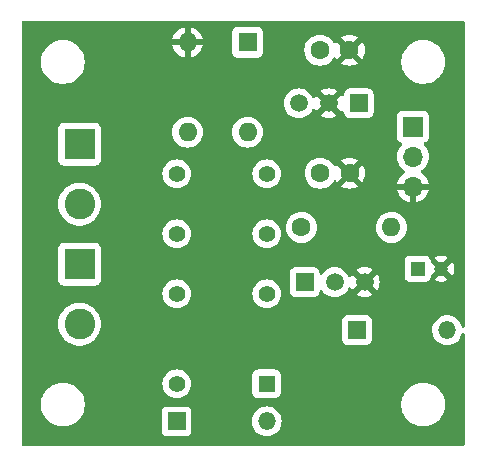
<source format=gbr>
%TF.GenerationSoftware,KiCad,Pcbnew,8.0.2*%
%TF.CreationDate,2024-12-24T23:51:17+01:00*%
%TF.ProjectId,keerlusRelais,6b656572-6c75-4735-9265-6c6169732e6b,rev?*%
%TF.SameCoordinates,Original*%
%TF.FileFunction,Copper,L1,Top*%
%TF.FilePolarity,Positive*%
%FSLAX46Y46*%
G04 Gerber Fmt 4.6, Leading zero omitted, Abs format (unit mm)*
G04 Created by KiCad (PCBNEW 8.0.2) date 2024-12-24 23:51:17*
%MOMM*%
%LPD*%
G01*
G04 APERTURE LIST*
%TA.AperFunction,ComponentPad*%
%ADD10R,1.500000X1.500000*%
%TD*%
%TA.AperFunction,ComponentPad*%
%ADD11O,1.500000X1.500000*%
%TD*%
%TA.AperFunction,ComponentPad*%
%ADD12R,1.200000X1.200000*%
%TD*%
%TA.AperFunction,ComponentPad*%
%ADD13C,1.200000*%
%TD*%
%TA.AperFunction,ComponentPad*%
%ADD14C,1.600000*%
%TD*%
%TA.AperFunction,ComponentPad*%
%ADD15R,1.400000X1.400000*%
%TD*%
%TA.AperFunction,ComponentPad*%
%ADD16C,1.400000*%
%TD*%
%TA.AperFunction,ComponentPad*%
%ADD17R,1.600000X1.600000*%
%TD*%
%TA.AperFunction,ComponentPad*%
%ADD18O,1.600000X1.600000*%
%TD*%
%TA.AperFunction,ComponentPad*%
%ADD19R,2.600000X2.600000*%
%TD*%
%TA.AperFunction,ComponentPad*%
%ADD20C,2.600000*%
%TD*%
%TA.AperFunction,ComponentPad*%
%ADD21C,1.500000*%
%TD*%
%TA.AperFunction,ComponentPad*%
%ADD22R,1.700000X1.700000*%
%TD*%
%TA.AperFunction,ComponentPad*%
%ADD23O,1.700000X1.700000*%
%TD*%
G04 APERTURE END LIST*
D10*
%TO.P,D3,1,K*%
%TO.N,Net-(D3-K)*%
X168905000Y-68707000D03*
D11*
%TO.P,D3,2,A*%
%TO.N,Net-(D3-A)*%
X176525000Y-68707000D03*
%TD*%
D12*
%TO.P,C3,1*%
%TO.N,Net-(D3-K)*%
X174033401Y-63500000D03*
D13*
%TO.P,C3,2*%
%TO.N,GND*%
X176033401Y-63500000D03*
%TD*%
D14*
%TO.P,C1,1*%
%TO.N,VCC*%
X165750000Y-45000000D03*
%TO.P,C1,2*%
%TO.N,GND*%
X168250000Y-45000000D03*
%TD*%
D15*
%TO.P,K1,1*%
%TO.N,Net-(D2-A)*%
X161242500Y-73246500D03*
D16*
%TO.P,K1,4*%
%TO.N,/DCC_A_OUT*%
X161242500Y-65626500D03*
%TO.P,K1,6*%
%TO.N,/DCC_A_IN*%
X161242500Y-60546500D03*
%TO.P,K1,8*%
%TO.N,/DCC_B_IN*%
X161242500Y-55466500D03*
%TO.P,K1,9*%
%TO.N,/DCC_A_IN*%
X153622500Y-55466500D03*
%TO.P,K1,11*%
%TO.N,/DCC_B_IN*%
X153622500Y-60546500D03*
%TO.P,K1,13*%
%TO.N,/DCC_B_OUT*%
X153622500Y-65626500D03*
%TO.P,K1,16*%
%TO.N,+12V*%
X153622500Y-73246500D03*
%TD*%
D14*
%TO.P,C2,1*%
%TO.N,+12V*%
X165770000Y-55414000D03*
%TO.P,C2,2*%
%TO.N,GND*%
X168270000Y-55414000D03*
%TD*%
D17*
%TO.P,D1,1,+*%
%TO.N,VCC*%
X159626000Y-44323000D03*
D18*
%TO.P,D1,2,-*%
%TO.N,GND*%
X154546000Y-44323000D03*
%TO.P,D1,3*%
%TO.N,/DCC_A_IN*%
X154546000Y-51943000D03*
%TO.P,D1,4*%
%TO.N,/DCC_B_IN*%
X159626000Y-51943000D03*
%TD*%
D19*
%TO.P,J2,1,Pin_1*%
%TO.N,/DCC_A_OUT*%
X145415000Y-63119000D03*
D20*
%TO.P,J2,2,Pin_2*%
%TO.N,/DCC_B_OUT*%
X145415000Y-68199000D03*
%TD*%
D10*
%TO.P,U1,1,VO*%
%TO.N,+12V*%
X169040000Y-49500000D03*
D21*
%TO.P,U1,2,GND*%
%TO.N,GND*%
X166500000Y-49500000D03*
%TO.P,U1,3,VI*%
%TO.N,VCC*%
X163960000Y-49500000D03*
%TD*%
D19*
%TO.P,J1,1,Pin_1*%
%TO.N,/DCC_A_IN*%
X145415000Y-52959000D03*
D20*
%TO.P,J1,2,Pin_2*%
%TO.N,/DCC_B_IN*%
X145415000Y-58039000D03*
%TD*%
D14*
%TO.P,R1,1*%
%TO.N,Net-(Q1-B)*%
X164190000Y-60000000D03*
D18*
%TO.P,R1,2*%
%TO.N,Net-(D3-K)*%
X171810000Y-60000000D03*
%TD*%
D10*
%TO.P,D2,1,K*%
%TO.N,+12V*%
X153622500Y-76430500D03*
D11*
%TO.P,D2,2,A*%
%TO.N,Net-(D2-A)*%
X161242500Y-76430500D03*
%TD*%
D10*
%TO.P,Q1,1,C*%
%TO.N,Net-(D2-A)*%
X164465000Y-64643000D03*
D21*
%TO.P,Q1,2,B*%
%TO.N,Net-(Q1-B)*%
X167005000Y-64643000D03*
%TO.P,Q1,3,E*%
%TO.N,GND*%
X169545000Y-64643000D03*
%TD*%
D22*
%TO.P,J3,1,Pin_1*%
%TO.N,Net-(D3-A)*%
X173625000Y-51475000D03*
D23*
%TO.P,J3,2,Pin_2*%
%TO.N,+12V*%
X173625000Y-54015000D03*
%TO.P,J3,3,Pin_3*%
%TO.N,GND*%
X173625000Y-56555000D03*
%TD*%
%TA.AperFunction,Conductor*%
%TO.N,GND*%
G36*
X177942121Y-42520002D02*
G01*
X177988614Y-42573658D01*
X178000000Y-42626000D01*
X178000000Y-68392240D01*
X177979998Y-68460361D01*
X177926342Y-68506854D01*
X177856068Y-68516958D01*
X177791488Y-68487464D01*
X177753104Y-68427738D01*
X177752293Y-68424851D01*
X177743555Y-68392240D01*
X177712120Y-68274924D01*
X177619056Y-68075347D01*
X177492749Y-67894962D01*
X177337038Y-67739251D01*
X177156654Y-67612944D01*
X177156650Y-67612942D01*
X176957079Y-67519881D01*
X176957073Y-67519879D01*
X176867178Y-67495791D01*
X176744371Y-67462885D01*
X176525000Y-67443693D01*
X176305629Y-67462885D01*
X176092926Y-67519879D01*
X176092920Y-67519881D01*
X175893346Y-67612944D01*
X175712965Y-67739248D01*
X175712959Y-67739253D01*
X175557253Y-67894959D01*
X175557248Y-67894965D01*
X175430944Y-68075346D01*
X175337881Y-68274920D01*
X175337879Y-68274926D01*
X175285797Y-68469299D01*
X175280885Y-68487629D01*
X175261693Y-68707000D01*
X175280885Y-68926371D01*
X175297706Y-68989148D01*
X175337879Y-69139073D01*
X175337881Y-69139079D01*
X175430942Y-69338650D01*
X175430944Y-69338654D01*
X175547864Y-69505632D01*
X175557251Y-69519038D01*
X175557254Y-69519042D01*
X175712957Y-69674745D01*
X175712961Y-69674748D01*
X175712962Y-69674749D01*
X175893346Y-69801056D01*
X176092924Y-69894120D01*
X176305629Y-69951115D01*
X176525000Y-69970307D01*
X176744371Y-69951115D01*
X176957076Y-69894120D01*
X177156654Y-69801056D01*
X177337038Y-69674749D01*
X177492749Y-69519038D01*
X177619056Y-69338654D01*
X177712120Y-69139076D01*
X177752294Y-68989145D01*
X177789245Y-68928525D01*
X177853105Y-68897504D01*
X177923600Y-68905932D01*
X177978347Y-68951135D01*
X177999964Y-69018761D01*
X178000000Y-69021759D01*
X178000000Y-78374000D01*
X177979998Y-78442121D01*
X177926342Y-78488614D01*
X177874000Y-78500000D01*
X140626000Y-78500000D01*
X140557879Y-78479998D01*
X140511386Y-78426342D01*
X140500000Y-78374000D01*
X140500000Y-74878709D01*
X142149500Y-74878709D01*
X142149500Y-75121290D01*
X142181160Y-75361782D01*
X142243944Y-75596095D01*
X142243945Y-75596097D01*
X142243946Y-75596100D01*
X142336776Y-75820212D01*
X142336777Y-75820213D01*
X142336782Y-75820224D01*
X142458061Y-76030285D01*
X142458063Y-76030288D01*
X142458064Y-76030289D01*
X142605735Y-76222738D01*
X142605739Y-76222742D01*
X142605744Y-76222748D01*
X142777251Y-76394255D01*
X142777256Y-76394259D01*
X142777262Y-76394265D01*
X142969711Y-76541936D01*
X142969714Y-76541938D01*
X143179775Y-76663217D01*
X143179779Y-76663218D01*
X143179788Y-76663224D01*
X143403900Y-76756054D01*
X143638211Y-76818838D01*
X143638215Y-76818838D01*
X143638217Y-76818839D01*
X143700202Y-76826999D01*
X143878712Y-76850500D01*
X143878719Y-76850500D01*
X144121281Y-76850500D01*
X144121288Y-76850500D01*
X144338637Y-76821885D01*
X144361782Y-76818839D01*
X144361782Y-76818838D01*
X144361789Y-76818838D01*
X144596100Y-76756054D01*
X144820212Y-76663224D01*
X145030289Y-76541936D01*
X145222738Y-76394265D01*
X145394265Y-76222738D01*
X145541936Y-76030289D01*
X145663224Y-75820212D01*
X145741246Y-75631850D01*
X152364000Y-75631850D01*
X152364000Y-77229149D01*
X152370509Y-77289696D01*
X152370511Y-77289704D01*
X152421610Y-77426702D01*
X152421612Y-77426707D01*
X152509238Y-77543761D01*
X152626292Y-77631387D01*
X152626294Y-77631388D01*
X152626296Y-77631389D01*
X152685375Y-77653424D01*
X152763295Y-77682488D01*
X152763303Y-77682490D01*
X152823850Y-77688999D01*
X152823855Y-77688999D01*
X152823862Y-77689000D01*
X152823868Y-77689000D01*
X154421132Y-77689000D01*
X154421138Y-77689000D01*
X154421145Y-77688999D01*
X154421149Y-77688999D01*
X154481696Y-77682490D01*
X154481699Y-77682489D01*
X154481701Y-77682489D01*
X154618704Y-77631389D01*
X154735761Y-77543761D01*
X154823389Y-77426704D01*
X154874489Y-77289701D01*
X154879560Y-77242538D01*
X154880999Y-77229149D01*
X154881000Y-77229132D01*
X154881000Y-76430500D01*
X159979193Y-76430500D01*
X159998385Y-76649871D01*
X160001963Y-76663224D01*
X160043660Y-76818839D01*
X160055380Y-76862576D01*
X160148444Y-77062154D01*
X160265364Y-77229132D01*
X160274751Y-77242538D01*
X160274754Y-77242542D01*
X160430457Y-77398245D01*
X160430461Y-77398248D01*
X160430462Y-77398249D01*
X160610846Y-77524556D01*
X160810424Y-77617620D01*
X161023129Y-77674615D01*
X161242500Y-77693807D01*
X161461871Y-77674615D01*
X161674576Y-77617620D01*
X161874154Y-77524556D01*
X162054538Y-77398249D01*
X162210249Y-77242538D01*
X162336556Y-77062154D01*
X162429620Y-76862576D01*
X162486615Y-76649871D01*
X162505807Y-76430500D01*
X162486615Y-76211129D01*
X162429620Y-75998424D01*
X162336556Y-75798847D01*
X162210249Y-75618462D01*
X162054538Y-75462751D01*
X161874154Y-75336444D01*
X161874150Y-75336442D01*
X161674579Y-75243381D01*
X161674573Y-75243379D01*
X161584678Y-75219291D01*
X161461871Y-75186385D01*
X161242500Y-75167193D01*
X161023129Y-75186385D01*
X160810426Y-75243379D01*
X160810420Y-75243381D01*
X160610846Y-75336444D01*
X160430465Y-75462748D01*
X160430459Y-75462753D01*
X160274753Y-75618459D01*
X160274748Y-75618465D01*
X160148444Y-75798846D01*
X160055381Y-75998420D01*
X160055379Y-75998426D01*
X159998385Y-76211129D01*
X159979193Y-76430500D01*
X154881000Y-76430500D01*
X154881000Y-75631867D01*
X154880999Y-75631850D01*
X154874490Y-75571303D01*
X154874488Y-75571295D01*
X154823389Y-75434297D01*
X154823387Y-75434292D01*
X154735761Y-75317238D01*
X154618707Y-75229612D01*
X154618702Y-75229610D01*
X154481704Y-75178511D01*
X154481696Y-75178509D01*
X154421149Y-75172000D01*
X154421138Y-75172000D01*
X152823862Y-75172000D01*
X152823850Y-75172000D01*
X152763303Y-75178509D01*
X152763295Y-75178511D01*
X152626297Y-75229610D01*
X152626292Y-75229612D01*
X152509238Y-75317238D01*
X152421612Y-75434292D01*
X152421610Y-75434297D01*
X152370511Y-75571295D01*
X152370509Y-75571303D01*
X152364000Y-75631850D01*
X145741246Y-75631850D01*
X145756054Y-75596100D01*
X145818838Y-75361789D01*
X145850500Y-75121288D01*
X145850500Y-74878712D01*
X145850500Y-74878709D01*
X172649500Y-74878709D01*
X172649500Y-75121290D01*
X172681160Y-75361782D01*
X172743944Y-75596095D01*
X172743945Y-75596097D01*
X172743946Y-75596100D01*
X172836776Y-75820212D01*
X172836777Y-75820213D01*
X172836782Y-75820224D01*
X172958061Y-76030285D01*
X172958063Y-76030288D01*
X172958064Y-76030289D01*
X173105735Y-76222738D01*
X173105739Y-76222742D01*
X173105744Y-76222748D01*
X173277251Y-76394255D01*
X173277256Y-76394259D01*
X173277262Y-76394265D01*
X173469711Y-76541936D01*
X173469714Y-76541938D01*
X173679775Y-76663217D01*
X173679779Y-76663218D01*
X173679788Y-76663224D01*
X173903900Y-76756054D01*
X174138211Y-76818838D01*
X174138215Y-76818838D01*
X174138217Y-76818839D01*
X174200202Y-76826999D01*
X174378712Y-76850500D01*
X174378719Y-76850500D01*
X174621281Y-76850500D01*
X174621288Y-76850500D01*
X174838637Y-76821885D01*
X174861782Y-76818839D01*
X174861782Y-76818838D01*
X174861789Y-76818838D01*
X175096100Y-76756054D01*
X175320212Y-76663224D01*
X175530289Y-76541936D01*
X175722738Y-76394265D01*
X175894265Y-76222738D01*
X176041936Y-76030289D01*
X176163224Y-75820212D01*
X176256054Y-75596100D01*
X176318838Y-75361789D01*
X176350500Y-75121288D01*
X176350500Y-74878712D01*
X176318838Y-74638211D01*
X176256054Y-74403900D01*
X176163224Y-74179788D01*
X176163218Y-74179779D01*
X176163217Y-74179775D01*
X176041938Y-73969714D01*
X175952427Y-73853061D01*
X175894265Y-73777262D01*
X175894259Y-73777256D01*
X175894255Y-73777251D01*
X175722748Y-73605744D01*
X175722742Y-73605739D01*
X175722738Y-73605735D01*
X175530289Y-73458064D01*
X175530288Y-73458063D01*
X175530285Y-73458061D01*
X175320224Y-73336782D01*
X175320216Y-73336778D01*
X175320212Y-73336776D01*
X175096100Y-73243946D01*
X175096097Y-73243945D01*
X175096095Y-73243944D01*
X174861782Y-73181160D01*
X174621290Y-73149500D01*
X174621288Y-73149500D01*
X174378712Y-73149500D01*
X174378709Y-73149500D01*
X174138217Y-73181160D01*
X173903904Y-73243944D01*
X173903900Y-73243946D01*
X173679786Y-73336777D01*
X173679775Y-73336782D01*
X173469714Y-73458061D01*
X173277262Y-73605735D01*
X173277251Y-73605744D01*
X173105744Y-73777251D01*
X173105735Y-73777262D01*
X172958061Y-73969714D01*
X172836782Y-74179775D01*
X172836777Y-74179786D01*
X172836776Y-74179788D01*
X172782940Y-74309761D01*
X172743946Y-74403900D01*
X172743944Y-74403904D01*
X172681160Y-74638217D01*
X172649500Y-74878709D01*
X145850500Y-74878709D01*
X145818838Y-74638211D01*
X145756054Y-74403900D01*
X145663224Y-74179788D01*
X145663218Y-74179779D01*
X145663217Y-74179775D01*
X145541938Y-73969714D01*
X145452427Y-73853061D01*
X145394265Y-73777262D01*
X145394259Y-73777256D01*
X145394255Y-73777251D01*
X145222748Y-73605744D01*
X145222742Y-73605739D01*
X145222738Y-73605735D01*
X145030289Y-73458064D01*
X145030288Y-73458063D01*
X145030285Y-73458061D01*
X144820224Y-73336782D01*
X144820216Y-73336778D01*
X144820212Y-73336776D01*
X144602266Y-73246500D01*
X152409384Y-73246500D01*
X152427814Y-73457155D01*
X152428057Y-73458061D01*
X152482543Y-73661408D01*
X152482545Y-73661412D01*
X152571912Y-73853061D01*
X152693192Y-74026267D01*
X152693196Y-74026272D01*
X152693199Y-74026276D01*
X152842724Y-74175801D01*
X152842728Y-74175804D01*
X152842732Y-74175807D01*
X153015938Y-74297087D01*
X153015941Y-74297088D01*
X153015942Y-74297089D01*
X153207590Y-74386456D01*
X153411845Y-74441186D01*
X153622500Y-74459616D01*
X153833155Y-74441186D01*
X154037410Y-74386456D01*
X154229058Y-74297089D01*
X154402276Y-74175801D01*
X154551801Y-74026276D01*
X154673089Y-73853058D01*
X154762456Y-73661410D01*
X154817186Y-73457155D01*
X154835616Y-73246500D01*
X154817186Y-73035845D01*
X154762456Y-72831590D01*
X154673089Y-72639942D01*
X154673088Y-72639941D01*
X154673087Y-72639938D01*
X154573596Y-72497850D01*
X160034000Y-72497850D01*
X160034000Y-73995149D01*
X160040509Y-74055696D01*
X160040511Y-74055704D01*
X160091610Y-74192702D01*
X160091612Y-74192707D01*
X160179238Y-74309761D01*
X160296292Y-74397387D01*
X160296294Y-74397388D01*
X160296296Y-74397389D01*
X160355375Y-74419424D01*
X160433295Y-74448488D01*
X160433303Y-74448490D01*
X160493850Y-74454999D01*
X160493855Y-74454999D01*
X160493862Y-74455000D01*
X160493868Y-74455000D01*
X161991132Y-74455000D01*
X161991138Y-74455000D01*
X161991145Y-74454999D01*
X161991149Y-74454999D01*
X162051696Y-74448490D01*
X162051699Y-74448489D01*
X162051701Y-74448489D01*
X162188704Y-74397389D01*
X162203312Y-74386454D01*
X162305761Y-74309761D01*
X162393387Y-74192707D01*
X162393387Y-74192706D01*
X162393389Y-74192704D01*
X162444489Y-74055701D01*
X162447653Y-74026278D01*
X162450999Y-73995149D01*
X162451000Y-73995132D01*
X162451000Y-72497867D01*
X162450999Y-72497850D01*
X162444490Y-72437303D01*
X162444488Y-72437295D01*
X162399694Y-72317201D01*
X162393389Y-72300296D01*
X162393388Y-72300294D01*
X162393387Y-72300292D01*
X162305761Y-72183238D01*
X162188707Y-72095612D01*
X162188702Y-72095610D01*
X162051704Y-72044511D01*
X162051696Y-72044509D01*
X161991149Y-72038000D01*
X161991138Y-72038000D01*
X160493862Y-72038000D01*
X160493850Y-72038000D01*
X160433303Y-72044509D01*
X160433295Y-72044511D01*
X160296297Y-72095610D01*
X160296292Y-72095612D01*
X160179238Y-72183238D01*
X160091612Y-72300292D01*
X160091610Y-72300297D01*
X160040511Y-72437295D01*
X160040509Y-72437303D01*
X160034000Y-72497850D01*
X154573596Y-72497850D01*
X154551807Y-72466732D01*
X154551804Y-72466728D01*
X154551801Y-72466724D01*
X154402276Y-72317199D01*
X154402272Y-72317196D01*
X154402267Y-72317192D01*
X154229061Y-72195912D01*
X154037412Y-72106545D01*
X154037408Y-72106543D01*
X153942613Y-72081143D01*
X153833155Y-72051814D01*
X153622500Y-72033384D01*
X153411845Y-72051814D01*
X153357116Y-72066478D01*
X153207591Y-72106543D01*
X153207587Y-72106545D01*
X153015938Y-72195912D01*
X152842732Y-72317192D01*
X152842721Y-72317201D01*
X152693201Y-72466721D01*
X152693192Y-72466732D01*
X152571912Y-72639938D01*
X152482545Y-72831587D01*
X152482543Y-72831591D01*
X152442478Y-72981116D01*
X152427814Y-73035845D01*
X152409384Y-73246500D01*
X144602266Y-73246500D01*
X144596100Y-73243946D01*
X144596097Y-73243945D01*
X144596095Y-73243944D01*
X144361782Y-73181160D01*
X144121290Y-73149500D01*
X144121288Y-73149500D01*
X143878712Y-73149500D01*
X143878709Y-73149500D01*
X143638217Y-73181160D01*
X143403904Y-73243944D01*
X143403900Y-73243946D01*
X143179786Y-73336777D01*
X143179775Y-73336782D01*
X142969714Y-73458061D01*
X142777262Y-73605735D01*
X142777251Y-73605744D01*
X142605744Y-73777251D01*
X142605735Y-73777262D01*
X142458061Y-73969714D01*
X142336782Y-74179775D01*
X142336777Y-74179786D01*
X142336776Y-74179788D01*
X142282940Y-74309761D01*
X142243946Y-74403900D01*
X142243944Y-74403904D01*
X142181160Y-74638217D01*
X142149500Y-74878709D01*
X140500000Y-74878709D01*
X140500000Y-68199000D01*
X143601429Y-68199000D01*
X143621685Y-68469302D01*
X143682001Y-68733560D01*
X143682002Y-68733562D01*
X143781027Y-68985875D01*
X143781030Y-68985883D01*
X143916554Y-69220617D01*
X144085561Y-69432546D01*
X144178783Y-69519042D01*
X144284257Y-69616907D01*
X144284263Y-69616911D01*
X144508205Y-69769593D01*
X144508212Y-69769597D01*
X144508215Y-69769599D01*
X144613416Y-69820261D01*
X144752423Y-69887204D01*
X144752436Y-69887209D01*
X145011431Y-69967098D01*
X145011433Y-69967098D01*
X145011442Y-69967101D01*
X145279472Y-70007500D01*
X145279476Y-70007500D01*
X145550524Y-70007500D01*
X145550528Y-70007500D01*
X145818558Y-69967101D01*
X145818568Y-69967098D01*
X146077563Y-69887209D01*
X146077565Y-69887207D01*
X146077572Y-69887206D01*
X146077577Y-69887203D01*
X146077581Y-69887202D01*
X146321780Y-69769602D01*
X146321780Y-69769601D01*
X146321786Y-69769599D01*
X146545743Y-69616907D01*
X146744442Y-69432542D01*
X146913443Y-69220621D01*
X147048971Y-68985879D01*
X147147999Y-68733559D01*
X147208315Y-68469299D01*
X147228571Y-68199000D01*
X147208315Y-67928701D01*
X147203670Y-67908350D01*
X167646500Y-67908350D01*
X167646500Y-69505649D01*
X167653009Y-69566196D01*
X167653011Y-69566204D01*
X167704110Y-69703202D01*
X167704112Y-69703207D01*
X167791738Y-69820261D01*
X167908792Y-69907887D01*
X167908794Y-69907888D01*
X167908796Y-69907889D01*
X167967875Y-69929924D01*
X168045795Y-69958988D01*
X168045803Y-69958990D01*
X168106350Y-69965499D01*
X168106355Y-69965499D01*
X168106362Y-69965500D01*
X168106368Y-69965500D01*
X169703632Y-69965500D01*
X169703638Y-69965500D01*
X169703645Y-69965499D01*
X169703649Y-69965499D01*
X169764196Y-69958990D01*
X169764199Y-69958989D01*
X169764201Y-69958989D01*
X169901204Y-69907889D01*
X170018261Y-69820261D01*
X170105889Y-69703204D01*
X170156989Y-69566201D01*
X170162060Y-69519038D01*
X170163499Y-69505649D01*
X170163500Y-69505632D01*
X170163500Y-67908367D01*
X170163499Y-67908350D01*
X170156990Y-67847803D01*
X170156988Y-67847795D01*
X170105889Y-67710797D01*
X170105887Y-67710792D01*
X170018261Y-67593738D01*
X169901207Y-67506112D01*
X169901202Y-67506110D01*
X169764204Y-67455011D01*
X169764196Y-67455009D01*
X169703649Y-67448500D01*
X169703638Y-67448500D01*
X168106362Y-67448500D01*
X168106350Y-67448500D01*
X168045803Y-67455009D01*
X168045795Y-67455011D01*
X167908797Y-67506110D01*
X167908792Y-67506112D01*
X167791738Y-67593738D01*
X167704112Y-67710792D01*
X167704110Y-67710797D01*
X167653011Y-67847795D01*
X167653009Y-67847803D01*
X167646500Y-67908350D01*
X147203670Y-67908350D01*
X147147999Y-67664441D01*
X147048971Y-67412121D01*
X147048970Y-67412120D01*
X147048969Y-67412116D01*
X146913445Y-67177382D01*
X146744438Y-66965453D01*
X146545748Y-66781098D01*
X146545742Y-66781092D01*
X146321787Y-66628402D01*
X146321786Y-66628401D01*
X146321783Y-66628400D01*
X146321781Y-66628398D01*
X146321780Y-66628397D01*
X146077581Y-66510797D01*
X146077563Y-66510790D01*
X145818568Y-66430901D01*
X145818560Y-66430899D01*
X145818558Y-66430899D01*
X145550528Y-66390500D01*
X145279472Y-66390500D01*
X145011442Y-66430899D01*
X145011440Y-66430899D01*
X145011431Y-66430901D01*
X144752436Y-66510790D01*
X144752423Y-66510795D01*
X144508212Y-66628402D01*
X144508205Y-66628406D01*
X144284263Y-66781088D01*
X144284251Y-66781098D01*
X144085561Y-66965453D01*
X143916554Y-67177382D01*
X143781030Y-67412116D01*
X143781027Y-67412124D01*
X143682002Y-67664437D01*
X143682001Y-67664439D01*
X143621685Y-67928697D01*
X143601429Y-68199000D01*
X140500000Y-68199000D01*
X140500000Y-65626500D01*
X152409384Y-65626500D01*
X152427814Y-65837155D01*
X152446343Y-65906306D01*
X152482543Y-66041408D01*
X152482545Y-66041412D01*
X152571912Y-66233061D01*
X152693192Y-66406267D01*
X152693196Y-66406272D01*
X152693199Y-66406276D01*
X152842724Y-66555801D01*
X152842728Y-66555804D01*
X152842732Y-66555807D01*
X153015938Y-66677087D01*
X153015941Y-66677088D01*
X153015942Y-66677089D01*
X153207590Y-66766456D01*
X153411845Y-66821186D01*
X153622500Y-66839616D01*
X153833155Y-66821186D01*
X154037410Y-66766456D01*
X154229058Y-66677089D01*
X154402276Y-66555801D01*
X154551801Y-66406276D01*
X154673089Y-66233058D01*
X154762456Y-66041410D01*
X154817186Y-65837155D01*
X154835616Y-65626500D01*
X160029384Y-65626500D01*
X160047814Y-65837155D01*
X160066343Y-65906306D01*
X160102543Y-66041408D01*
X160102545Y-66041412D01*
X160191912Y-66233061D01*
X160313192Y-66406267D01*
X160313196Y-66406272D01*
X160313199Y-66406276D01*
X160462724Y-66555801D01*
X160462728Y-66555804D01*
X160462732Y-66555807D01*
X160635938Y-66677087D01*
X160635941Y-66677088D01*
X160635942Y-66677089D01*
X160827590Y-66766456D01*
X161031845Y-66821186D01*
X161242500Y-66839616D01*
X161453155Y-66821186D01*
X161657410Y-66766456D01*
X161849058Y-66677089D01*
X162022276Y-66555801D01*
X162171801Y-66406276D01*
X162293089Y-66233058D01*
X162382456Y-66041410D01*
X162437186Y-65837155D01*
X162455616Y-65626500D01*
X162437186Y-65415845D01*
X162382456Y-65211590D01*
X162293089Y-65019942D01*
X162293088Y-65019941D01*
X162293087Y-65019938D01*
X162171807Y-64846732D01*
X162171804Y-64846728D01*
X162171801Y-64846724D01*
X162022276Y-64697199D01*
X162022272Y-64697196D01*
X162022267Y-64697192D01*
X161849061Y-64575912D01*
X161657412Y-64486545D01*
X161657408Y-64486543D01*
X161562613Y-64461143D01*
X161453155Y-64431814D01*
X161242500Y-64413384D01*
X161031845Y-64431814D01*
X160993032Y-64442214D01*
X160827591Y-64486543D01*
X160827587Y-64486545D01*
X160635938Y-64575912D01*
X160462732Y-64697192D01*
X160462721Y-64697201D01*
X160313201Y-64846721D01*
X160313192Y-64846732D01*
X160191912Y-65019938D01*
X160102545Y-65211587D01*
X160102543Y-65211591D01*
X160062478Y-65361116D01*
X160047814Y-65415845D01*
X160029384Y-65626500D01*
X154835616Y-65626500D01*
X154817186Y-65415845D01*
X154762456Y-65211590D01*
X154673089Y-65019942D01*
X154673088Y-65019941D01*
X154673087Y-65019938D01*
X154551807Y-64846732D01*
X154551804Y-64846728D01*
X154551801Y-64846724D01*
X154402276Y-64697199D01*
X154402272Y-64697196D01*
X154402267Y-64697192D01*
X154229061Y-64575912D01*
X154037412Y-64486545D01*
X154037408Y-64486543D01*
X153942613Y-64461143D01*
X153833155Y-64431814D01*
X153622500Y-64413384D01*
X153411845Y-64431814D01*
X153373032Y-64442214D01*
X153207591Y-64486543D01*
X153207587Y-64486545D01*
X153015938Y-64575912D01*
X152842732Y-64697192D01*
X152842721Y-64697201D01*
X152693201Y-64846721D01*
X152693192Y-64846732D01*
X152571912Y-65019938D01*
X152482545Y-65211587D01*
X152482543Y-65211591D01*
X152442478Y-65361116D01*
X152427814Y-65415845D01*
X152409384Y-65626500D01*
X140500000Y-65626500D01*
X140500000Y-61770350D01*
X143606500Y-61770350D01*
X143606500Y-64467649D01*
X143613009Y-64528196D01*
X143613011Y-64528204D01*
X143664110Y-64665202D01*
X143664112Y-64665207D01*
X143751738Y-64782261D01*
X143868792Y-64869887D01*
X143868794Y-64869888D01*
X143868796Y-64869889D01*
X143918978Y-64888606D01*
X144005795Y-64920988D01*
X144005803Y-64920990D01*
X144066350Y-64927499D01*
X144066355Y-64927499D01*
X144066362Y-64927500D01*
X144066368Y-64927500D01*
X146763632Y-64927500D01*
X146763638Y-64927500D01*
X146763645Y-64927499D01*
X146763649Y-64927499D01*
X146824196Y-64920990D01*
X146824199Y-64920989D01*
X146824201Y-64920989D01*
X146961204Y-64869889D01*
X147078261Y-64782261D01*
X147165889Y-64665204D01*
X147216989Y-64528201D01*
X147221468Y-64486545D01*
X147223499Y-64467649D01*
X147223500Y-64467632D01*
X147223500Y-63844350D01*
X163206500Y-63844350D01*
X163206500Y-65441649D01*
X163213009Y-65502196D01*
X163213011Y-65502204D01*
X163264110Y-65639202D01*
X163264112Y-65639207D01*
X163351738Y-65756261D01*
X163468792Y-65843887D01*
X163468794Y-65843888D01*
X163468796Y-65843889D01*
X163527875Y-65865924D01*
X163605795Y-65894988D01*
X163605803Y-65894990D01*
X163666350Y-65901499D01*
X163666355Y-65901499D01*
X163666362Y-65901500D01*
X163666368Y-65901500D01*
X165263632Y-65901500D01*
X165263638Y-65901500D01*
X165263645Y-65901499D01*
X165263649Y-65901499D01*
X165324196Y-65894990D01*
X165324199Y-65894989D01*
X165324201Y-65894989D01*
X165461204Y-65843889D01*
X165470203Y-65837153D01*
X165578261Y-65756261D01*
X165665887Y-65639207D01*
X165665887Y-65639206D01*
X165665889Y-65639204D01*
X165716989Y-65502201D01*
X165722060Y-65455038D01*
X165723499Y-65441649D01*
X165723500Y-65441632D01*
X165723500Y-65406576D01*
X165743502Y-65338455D01*
X165797158Y-65291962D01*
X165867432Y-65281858D01*
X165932012Y-65311352D01*
X165952713Y-65334306D01*
X166037247Y-65455033D01*
X166037254Y-65455042D01*
X166192957Y-65610745D01*
X166192961Y-65610748D01*
X166192962Y-65610749D01*
X166373346Y-65737056D01*
X166572924Y-65830120D01*
X166785629Y-65887115D01*
X167005000Y-65906307D01*
X167224371Y-65887115D01*
X167437076Y-65830120D01*
X167636654Y-65737056D01*
X167817038Y-65610749D01*
X167972749Y-65455038D01*
X168099056Y-65274654D01*
X168161081Y-65141639D01*
X168207996Y-65088356D01*
X168276273Y-65068894D01*
X168344234Y-65089435D01*
X168389470Y-65141640D01*
X168451379Y-65274403D01*
X168493800Y-65334987D01*
X169145000Y-64683788D01*
X169145000Y-64695661D01*
X169172259Y-64797394D01*
X169224920Y-64888606D01*
X169299394Y-64963080D01*
X169390606Y-65015741D01*
X169492339Y-65043000D01*
X169504210Y-65043000D01*
X168853011Y-65694197D01*
X168853011Y-65694198D01*
X168913597Y-65736621D01*
X169113092Y-65829647D01*
X169113096Y-65829649D01*
X169325712Y-65886619D01*
X169545000Y-65905804D01*
X169764287Y-65886619D01*
X169976903Y-65829649D01*
X169976907Y-65829647D01*
X170176399Y-65736622D01*
X170236987Y-65694197D01*
X170236987Y-65694196D01*
X169585791Y-65043000D01*
X169597661Y-65043000D01*
X169699394Y-65015741D01*
X169790606Y-64963080D01*
X169865080Y-64888606D01*
X169917741Y-64797394D01*
X169945000Y-64695661D01*
X169945000Y-64683791D01*
X170596196Y-65334987D01*
X170596197Y-65334987D01*
X170638622Y-65274399D01*
X170731647Y-65074907D01*
X170731649Y-65074903D01*
X170788619Y-64862287D01*
X170807804Y-64643000D01*
X170788619Y-64423712D01*
X170731649Y-64211096D01*
X170731647Y-64211092D01*
X170638619Y-64011594D01*
X170596199Y-63951011D01*
X170596197Y-63951011D01*
X169945000Y-64602208D01*
X169945000Y-64590339D01*
X169917741Y-64488606D01*
X169865080Y-64397394D01*
X169790606Y-64322920D01*
X169699394Y-64270259D01*
X169597661Y-64243000D01*
X169585790Y-64243000D01*
X170236987Y-63591800D01*
X170176403Y-63549379D01*
X169976907Y-63456352D01*
X169976903Y-63456350D01*
X169764287Y-63399380D01*
X169545000Y-63380195D01*
X169325712Y-63399380D01*
X169113096Y-63456350D01*
X169113092Y-63456352D01*
X168913598Y-63549378D01*
X168853010Y-63591801D01*
X169504209Y-64243000D01*
X169492339Y-64243000D01*
X169390606Y-64270259D01*
X169299394Y-64322920D01*
X169224920Y-64397394D01*
X169172259Y-64488606D01*
X169145000Y-64590339D01*
X169145000Y-64602209D01*
X168493801Y-63951010D01*
X168451377Y-64011600D01*
X168389469Y-64144360D01*
X168342552Y-64197645D01*
X168274274Y-64217105D01*
X168206315Y-64196563D01*
X168161080Y-64144359D01*
X168099056Y-64011347D01*
X167972749Y-63830962D01*
X167817038Y-63675251D01*
X167636654Y-63548944D01*
X167616393Y-63539496D01*
X167437079Y-63455881D01*
X167437073Y-63455879D01*
X167347178Y-63431791D01*
X167224371Y-63398885D01*
X167005000Y-63379693D01*
X166785629Y-63398885D01*
X166572926Y-63455879D01*
X166572920Y-63455881D01*
X166373346Y-63548944D01*
X166192965Y-63675248D01*
X166192959Y-63675253D01*
X166037253Y-63830959D01*
X166037248Y-63830965D01*
X165952713Y-63951694D01*
X165897256Y-63996022D01*
X165826636Y-64003331D01*
X165763276Y-63971300D01*
X165727291Y-63910099D01*
X165723500Y-63879423D01*
X165723500Y-63844367D01*
X165723499Y-63844350D01*
X165716990Y-63783803D01*
X165716988Y-63783795D01*
X165665889Y-63646797D01*
X165665887Y-63646792D01*
X165578261Y-63529738D01*
X165461207Y-63442112D01*
X165461202Y-63442110D01*
X165324204Y-63391011D01*
X165324196Y-63391009D01*
X165263649Y-63384500D01*
X165263638Y-63384500D01*
X163666362Y-63384500D01*
X163666350Y-63384500D01*
X163605803Y-63391009D01*
X163605795Y-63391011D01*
X163468797Y-63442110D01*
X163468792Y-63442112D01*
X163351738Y-63529738D01*
X163264112Y-63646792D01*
X163264110Y-63646797D01*
X163213011Y-63783795D01*
X163213009Y-63783803D01*
X163206500Y-63844350D01*
X147223500Y-63844350D01*
X147223500Y-62851350D01*
X172924901Y-62851350D01*
X172924901Y-64148649D01*
X172931410Y-64209196D01*
X172931412Y-64209204D01*
X172982511Y-64346202D01*
X172982513Y-64346207D01*
X173070139Y-64463261D01*
X173187193Y-64550887D01*
X173187195Y-64550888D01*
X173187197Y-64550889D01*
X173239148Y-64570266D01*
X173324196Y-64601988D01*
X173324204Y-64601990D01*
X173384751Y-64608499D01*
X173384756Y-64608499D01*
X173384763Y-64608500D01*
X173384769Y-64608500D01*
X174682033Y-64608500D01*
X174682039Y-64608500D01*
X174682046Y-64608499D01*
X174682050Y-64608499D01*
X174742597Y-64601990D01*
X174742600Y-64601989D01*
X174742602Y-64601989D01*
X174879605Y-64550889D01*
X174996662Y-64463261D01*
X175012418Y-64442214D01*
X175450395Y-64442214D01*
X175537408Y-64496090D01*
X175537415Y-64496093D01*
X175728875Y-64570266D01*
X175728878Y-64570267D01*
X175930732Y-64608000D01*
X176136070Y-64608000D01*
X176337923Y-64570267D01*
X176337926Y-64570266D01*
X176529389Y-64496092D01*
X176529398Y-64496087D01*
X176616406Y-64442214D01*
X176033402Y-63859210D01*
X176033401Y-63859210D01*
X175450395Y-64442214D01*
X175012418Y-64442214D01*
X175084290Y-64346204D01*
X175135390Y-64209201D01*
X175136633Y-64197645D01*
X175141900Y-64148649D01*
X175141901Y-64148632D01*
X175141901Y-64084480D01*
X175161903Y-64016359D01*
X175178806Y-63995384D01*
X175674191Y-63499999D01*
X175634696Y-63460504D01*
X175733401Y-63460504D01*
X175733401Y-63539496D01*
X175753845Y-63615796D01*
X175793341Y-63684205D01*
X175849196Y-63740060D01*
X175917605Y-63779556D01*
X175993905Y-63800000D01*
X176072897Y-63800000D01*
X176149197Y-63779556D01*
X176217606Y-63740060D01*
X176273461Y-63684205D01*
X176312957Y-63615796D01*
X176333401Y-63539496D01*
X176333401Y-63499999D01*
X176392611Y-63499999D01*
X176392611Y-63500001D01*
X176979010Y-64086400D01*
X176979013Y-64086400D01*
X176979475Y-64085790D01*
X177071006Y-63901970D01*
X177071009Y-63901962D01*
X177127201Y-63704465D01*
X177127201Y-63704461D01*
X177146148Y-63500004D01*
X177146148Y-63499995D01*
X177127201Y-63295538D01*
X177127201Y-63295534D01*
X177071009Y-63098037D01*
X177071006Y-63098029D01*
X176979475Y-62914210D01*
X176979012Y-62913598D01*
X176392611Y-63499999D01*
X176333401Y-63499999D01*
X176333401Y-63460504D01*
X176312957Y-63384204D01*
X176273461Y-63315795D01*
X176217606Y-63259940D01*
X176149197Y-63220444D01*
X176072897Y-63200000D01*
X175993905Y-63200000D01*
X175917605Y-63220444D01*
X175849196Y-63259940D01*
X175793341Y-63315795D01*
X175753845Y-63384204D01*
X175733401Y-63460504D01*
X175634696Y-63460504D01*
X175178806Y-63004614D01*
X175144780Y-62942302D01*
X175141901Y-62915519D01*
X175141901Y-62851367D01*
X175141900Y-62851350D01*
X175135391Y-62790803D01*
X175135389Y-62790795D01*
X175084290Y-62653797D01*
X175084288Y-62653792D01*
X175012416Y-62557783D01*
X175450394Y-62557783D01*
X175450394Y-62557784D01*
X176033400Y-63140790D01*
X176033401Y-63140790D01*
X176616406Y-62557783D01*
X176529400Y-62503913D01*
X176529388Y-62503907D01*
X176337926Y-62429733D01*
X176337923Y-62429732D01*
X176136070Y-62392000D01*
X175930732Y-62392000D01*
X175728878Y-62429732D01*
X175728875Y-62429733D01*
X175537405Y-62503910D01*
X175537401Y-62503912D01*
X175450394Y-62557783D01*
X175012416Y-62557783D01*
X174996662Y-62536738D01*
X174879608Y-62449112D01*
X174879603Y-62449110D01*
X174742605Y-62398011D01*
X174742597Y-62398009D01*
X174682050Y-62391500D01*
X174682039Y-62391500D01*
X173384763Y-62391500D01*
X173384751Y-62391500D01*
X173324204Y-62398009D01*
X173324196Y-62398011D01*
X173187198Y-62449110D01*
X173187193Y-62449112D01*
X173070139Y-62536738D01*
X172982513Y-62653792D01*
X172982511Y-62653797D01*
X172931412Y-62790795D01*
X172931410Y-62790803D01*
X172924901Y-62851350D01*
X147223500Y-62851350D01*
X147223500Y-61770367D01*
X147223499Y-61770350D01*
X147216990Y-61709803D01*
X147216988Y-61709795D01*
X147165889Y-61572797D01*
X147165887Y-61572792D01*
X147078261Y-61455738D01*
X146961207Y-61368112D01*
X146961202Y-61368110D01*
X146824204Y-61317011D01*
X146824196Y-61317009D01*
X146763649Y-61310500D01*
X146763638Y-61310500D01*
X144066362Y-61310500D01*
X144066350Y-61310500D01*
X144005803Y-61317009D01*
X144005795Y-61317011D01*
X143868797Y-61368110D01*
X143868792Y-61368112D01*
X143751738Y-61455738D01*
X143664112Y-61572792D01*
X143664110Y-61572797D01*
X143613011Y-61709795D01*
X143613009Y-61709803D01*
X143606500Y-61770350D01*
X140500000Y-61770350D01*
X140500000Y-60546500D01*
X152409384Y-60546500D01*
X152427814Y-60757155D01*
X152451165Y-60844302D01*
X152482543Y-60961408D01*
X152482545Y-60961412D01*
X152571912Y-61153061D01*
X152693192Y-61326267D01*
X152693196Y-61326272D01*
X152693199Y-61326276D01*
X152842724Y-61475801D01*
X152842728Y-61475804D01*
X152842732Y-61475807D01*
X153015938Y-61597087D01*
X153015941Y-61597088D01*
X153015942Y-61597089D01*
X153207590Y-61686456D01*
X153411845Y-61741186D01*
X153622500Y-61759616D01*
X153833155Y-61741186D01*
X154037410Y-61686456D01*
X154229058Y-61597089D01*
X154402276Y-61475801D01*
X154551801Y-61326276D01*
X154673089Y-61153058D01*
X154762456Y-60961410D01*
X154817186Y-60757155D01*
X154835616Y-60546500D01*
X160029384Y-60546500D01*
X160047814Y-60757155D01*
X160071165Y-60844302D01*
X160102543Y-60961408D01*
X160102545Y-60961412D01*
X160191912Y-61153061D01*
X160313192Y-61326267D01*
X160313196Y-61326272D01*
X160313199Y-61326276D01*
X160462724Y-61475801D01*
X160462728Y-61475804D01*
X160462732Y-61475807D01*
X160635938Y-61597087D01*
X160635941Y-61597088D01*
X160635942Y-61597089D01*
X160827590Y-61686456D01*
X161031845Y-61741186D01*
X161242500Y-61759616D01*
X161453155Y-61741186D01*
X161657410Y-61686456D01*
X161849058Y-61597089D01*
X162022276Y-61475801D01*
X162171801Y-61326276D01*
X162293089Y-61153058D01*
X162382456Y-60961410D01*
X162437186Y-60757155D01*
X162455616Y-60546500D01*
X162437186Y-60335845D01*
X162382456Y-60131590D01*
X162321095Y-60000000D01*
X162876502Y-60000000D01*
X162896457Y-60228087D01*
X162955716Y-60449243D01*
X163052477Y-60656749D01*
X163183802Y-60844300D01*
X163345700Y-61006198D01*
X163533251Y-61137523D01*
X163740757Y-61234284D01*
X163961913Y-61293543D01*
X164190000Y-61313498D01*
X164418087Y-61293543D01*
X164639243Y-61234284D01*
X164846749Y-61137523D01*
X165034300Y-61006198D01*
X165196198Y-60844300D01*
X165327523Y-60656749D01*
X165424284Y-60449243D01*
X165483543Y-60228087D01*
X165503498Y-60000000D01*
X170496502Y-60000000D01*
X170516457Y-60228087D01*
X170575716Y-60449243D01*
X170672477Y-60656749D01*
X170803802Y-60844300D01*
X170965700Y-61006198D01*
X171153251Y-61137523D01*
X171360757Y-61234284D01*
X171581913Y-61293543D01*
X171810000Y-61313498D01*
X172038087Y-61293543D01*
X172259243Y-61234284D01*
X172466749Y-61137523D01*
X172654300Y-61006198D01*
X172816198Y-60844300D01*
X172947523Y-60656749D01*
X173044284Y-60449243D01*
X173103543Y-60228087D01*
X173123498Y-60000000D01*
X173103543Y-59771913D01*
X173044284Y-59550757D01*
X172947523Y-59343251D01*
X172816198Y-59155700D01*
X172654300Y-58993802D01*
X172466749Y-58862477D01*
X172259246Y-58765717D01*
X172259240Y-58765715D01*
X172165771Y-58740670D01*
X172038087Y-58706457D01*
X171810000Y-58686502D01*
X171581913Y-58706457D01*
X171360759Y-58765715D01*
X171360753Y-58765717D01*
X171153250Y-58862477D01*
X170965703Y-58993799D01*
X170965697Y-58993804D01*
X170803804Y-59155697D01*
X170803799Y-59155703D01*
X170672477Y-59343250D01*
X170575717Y-59550753D01*
X170575715Y-59550759D01*
X170557912Y-59617201D01*
X170516457Y-59771913D01*
X170496502Y-60000000D01*
X165503498Y-60000000D01*
X165483543Y-59771913D01*
X165424284Y-59550757D01*
X165327523Y-59343251D01*
X165196198Y-59155700D01*
X165034300Y-58993802D01*
X164846749Y-58862477D01*
X164639246Y-58765717D01*
X164639240Y-58765715D01*
X164545771Y-58740670D01*
X164418087Y-58706457D01*
X164190000Y-58686502D01*
X163961913Y-58706457D01*
X163740759Y-58765715D01*
X163740753Y-58765717D01*
X163533250Y-58862477D01*
X163345703Y-58993799D01*
X163345697Y-58993804D01*
X163183804Y-59155697D01*
X163183799Y-59155703D01*
X163052477Y-59343250D01*
X162955717Y-59550753D01*
X162955715Y-59550759D01*
X162937912Y-59617201D01*
X162896457Y-59771913D01*
X162876502Y-60000000D01*
X162321095Y-60000000D01*
X162293089Y-59939942D01*
X162293088Y-59939941D01*
X162293087Y-59939938D01*
X162171807Y-59766732D01*
X162171804Y-59766728D01*
X162171801Y-59766724D01*
X162022276Y-59617199D01*
X162022272Y-59617196D01*
X162022267Y-59617192D01*
X161849061Y-59495912D01*
X161657412Y-59406545D01*
X161657408Y-59406543D01*
X161562613Y-59381143D01*
X161453155Y-59351814D01*
X161242500Y-59333384D01*
X161031845Y-59351814D01*
X160977116Y-59366478D01*
X160827591Y-59406543D01*
X160827587Y-59406545D01*
X160635938Y-59495912D01*
X160462732Y-59617192D01*
X160462721Y-59617201D01*
X160313201Y-59766721D01*
X160313192Y-59766732D01*
X160191912Y-59939938D01*
X160102545Y-60131587D01*
X160102543Y-60131591D01*
X160062478Y-60281116D01*
X160047814Y-60335845D01*
X160029384Y-60546500D01*
X154835616Y-60546500D01*
X154817186Y-60335845D01*
X154762456Y-60131590D01*
X154673089Y-59939942D01*
X154673088Y-59939941D01*
X154673087Y-59939938D01*
X154551807Y-59766732D01*
X154551804Y-59766728D01*
X154551801Y-59766724D01*
X154402276Y-59617199D01*
X154402272Y-59617196D01*
X154402267Y-59617192D01*
X154229061Y-59495912D01*
X154037412Y-59406545D01*
X154037408Y-59406543D01*
X153942613Y-59381143D01*
X153833155Y-59351814D01*
X153622500Y-59333384D01*
X153411845Y-59351814D01*
X153357116Y-59366478D01*
X153207591Y-59406543D01*
X153207587Y-59406545D01*
X153015938Y-59495912D01*
X152842732Y-59617192D01*
X152842721Y-59617201D01*
X152693201Y-59766721D01*
X152693192Y-59766732D01*
X152571912Y-59939938D01*
X152482545Y-60131587D01*
X152482543Y-60131591D01*
X152442478Y-60281116D01*
X152427814Y-60335845D01*
X152409384Y-60546500D01*
X140500000Y-60546500D01*
X140500000Y-58039000D01*
X143601429Y-58039000D01*
X143621685Y-58309302D01*
X143682001Y-58573560D01*
X143682002Y-58573562D01*
X143781027Y-58825875D01*
X143781030Y-58825883D01*
X143916554Y-59060617D01*
X144085561Y-59272546D01*
X144151130Y-59333384D01*
X144284257Y-59456907D01*
X144284263Y-59456911D01*
X144508205Y-59609593D01*
X144508212Y-59609597D01*
X144508215Y-59609599D01*
X144649003Y-59677399D01*
X144752423Y-59727204D01*
X144752436Y-59727209D01*
X145011431Y-59807098D01*
X145011433Y-59807098D01*
X145011442Y-59807101D01*
X145279472Y-59847500D01*
X145279476Y-59847500D01*
X145550524Y-59847500D01*
X145550528Y-59847500D01*
X145818558Y-59807101D01*
X145818568Y-59807098D01*
X146077563Y-59727209D01*
X146077565Y-59727207D01*
X146077572Y-59727206D01*
X146077577Y-59727203D01*
X146077581Y-59727202D01*
X146321780Y-59609602D01*
X146321780Y-59609601D01*
X146321786Y-59609599D01*
X146545743Y-59456907D01*
X146744442Y-59272542D01*
X146913443Y-59060621D01*
X147048971Y-58825879D01*
X147147999Y-58573559D01*
X147208315Y-58309299D01*
X147228571Y-58039000D01*
X147208315Y-57768701D01*
X147147999Y-57504441D01*
X147048971Y-57252121D01*
X147048970Y-57252120D01*
X147048969Y-57252116D01*
X146913445Y-57017382D01*
X146744438Y-56805453D01*
X146545748Y-56621098D01*
X146545742Y-56621092D01*
X146321787Y-56468402D01*
X146321786Y-56468401D01*
X146321783Y-56468400D01*
X146321781Y-56468398D01*
X146321780Y-56468397D01*
X146077581Y-56350797D01*
X146077563Y-56350790D01*
X145818568Y-56270901D01*
X145818560Y-56270899D01*
X145818558Y-56270899D01*
X145550528Y-56230500D01*
X145279472Y-56230500D01*
X145011442Y-56270899D01*
X145011440Y-56270899D01*
X145011431Y-56270901D01*
X144752436Y-56350790D01*
X144752423Y-56350795D01*
X144508212Y-56468402D01*
X144508205Y-56468406D01*
X144284263Y-56621088D01*
X144284251Y-56621098D01*
X144085561Y-56805453D01*
X143916554Y-57017382D01*
X143781030Y-57252116D01*
X143781027Y-57252124D01*
X143682002Y-57504437D01*
X143682001Y-57504439D01*
X143621685Y-57768697D01*
X143601429Y-58039000D01*
X140500000Y-58039000D01*
X140500000Y-55466500D01*
X152409384Y-55466500D01*
X152427814Y-55677155D01*
X152443067Y-55734080D01*
X152482543Y-55881408D01*
X152482545Y-55881412D01*
X152571912Y-56073061D01*
X152693192Y-56246267D01*
X152693196Y-56246272D01*
X152693199Y-56246276D01*
X152842724Y-56395801D01*
X152842728Y-56395804D01*
X152842732Y-56395807D01*
X153015938Y-56517087D01*
X153015941Y-56517088D01*
X153015942Y-56517089D01*
X153207590Y-56606456D01*
X153411845Y-56661186D01*
X153622500Y-56679616D01*
X153833155Y-56661186D01*
X154037410Y-56606456D01*
X154229058Y-56517089D01*
X154402276Y-56395801D01*
X154551801Y-56246276D01*
X154673089Y-56073058D01*
X154762456Y-55881410D01*
X154817186Y-55677155D01*
X154835616Y-55466500D01*
X160029384Y-55466500D01*
X160047814Y-55677155D01*
X160063067Y-55734080D01*
X160102543Y-55881408D01*
X160102545Y-55881412D01*
X160191912Y-56073061D01*
X160313192Y-56246267D01*
X160313196Y-56246272D01*
X160313199Y-56246276D01*
X160462724Y-56395801D01*
X160462728Y-56395804D01*
X160462732Y-56395807D01*
X160635938Y-56517087D01*
X160635941Y-56517088D01*
X160635942Y-56517089D01*
X160827590Y-56606456D01*
X161031845Y-56661186D01*
X161242500Y-56679616D01*
X161453155Y-56661186D01*
X161657410Y-56606456D01*
X161849058Y-56517089D01*
X162022276Y-56395801D01*
X162171801Y-56246276D01*
X162293089Y-56073058D01*
X162382456Y-55881410D01*
X162437186Y-55677155D01*
X162455616Y-55466500D01*
X162451023Y-55414000D01*
X164456502Y-55414000D01*
X164476457Y-55642086D01*
X164535715Y-55863240D01*
X164535717Y-55863246D01*
X164632477Y-56070749D01*
X164755382Y-56246276D01*
X164763802Y-56258300D01*
X164925700Y-56420198D01*
X165113251Y-56551523D01*
X165320757Y-56648284D01*
X165541913Y-56707543D01*
X165770000Y-56727498D01*
X165998087Y-56707543D01*
X166219243Y-56648284D01*
X166426749Y-56551523D01*
X166614300Y-56420198D01*
X166776198Y-56258300D01*
X166907523Y-56070749D01*
X166907523Y-56070748D01*
X166907525Y-56070746D01*
X166910274Y-56065985D01*
X166912082Y-56067028D01*
X166952990Y-56020561D01*
X167021265Y-56001095D01*
X167089227Y-56021631D01*
X167128349Y-56066779D01*
X167130161Y-56065734D01*
X167132913Y-56070501D01*
X167182899Y-56141888D01*
X167870000Y-55454788D01*
X167870000Y-55466661D01*
X167897259Y-55568394D01*
X167949920Y-55659606D01*
X168024394Y-55734080D01*
X168115606Y-55786741D01*
X168217339Y-55814000D01*
X168229210Y-55814000D01*
X167542110Y-56501098D01*
X167542110Y-56501100D01*
X167613498Y-56551086D01*
X167820926Y-56647811D01*
X167820931Y-56647813D01*
X168041999Y-56707048D01*
X168041995Y-56707048D01*
X168270000Y-56726995D01*
X168498002Y-56707048D01*
X168719068Y-56647813D01*
X168719073Y-56647811D01*
X168926497Y-56551088D01*
X168997888Y-56501099D01*
X168997888Y-56501097D01*
X168310791Y-55814000D01*
X168322661Y-55814000D01*
X168424394Y-55786741D01*
X168515606Y-55734080D01*
X168590080Y-55659606D01*
X168642741Y-55568394D01*
X168670000Y-55466661D01*
X168670000Y-55454791D01*
X169357097Y-56141888D01*
X169357099Y-56141888D01*
X169407088Y-56070497D01*
X169503811Y-55863073D01*
X169503813Y-55863068D01*
X169563048Y-55642002D01*
X169582995Y-55414000D01*
X169563048Y-55185997D01*
X169503813Y-54964931D01*
X169503811Y-54964926D01*
X169407086Y-54757498D01*
X169357100Y-54686110D01*
X169357098Y-54686110D01*
X168670000Y-55373208D01*
X168670000Y-55361339D01*
X168642741Y-55259606D01*
X168590080Y-55168394D01*
X168515606Y-55093920D01*
X168424394Y-55041259D01*
X168322661Y-55014000D01*
X168310790Y-55014000D01*
X168997888Y-54326899D01*
X168997888Y-54326898D01*
X168926501Y-54276913D01*
X168719073Y-54180188D01*
X168719068Y-54180186D01*
X168498000Y-54120951D01*
X168498004Y-54120951D01*
X168270000Y-54101004D01*
X168041997Y-54120951D01*
X167820931Y-54180186D01*
X167820926Y-54180188D01*
X167613500Y-54276913D01*
X167542109Y-54326900D01*
X168229209Y-55014000D01*
X168217339Y-55014000D01*
X168115606Y-55041259D01*
X168024394Y-55093920D01*
X167949920Y-55168394D01*
X167897259Y-55259606D01*
X167870000Y-55361339D01*
X167870000Y-55373209D01*
X167182900Y-54686109D01*
X167132912Y-54757501D01*
X167130161Y-54762267D01*
X167128288Y-54761185D01*
X167087536Y-54807455D01*
X167019256Y-54826905D01*
X166951299Y-54806352D01*
X166912018Y-54761008D01*
X166910274Y-54762015D01*
X166907525Y-54757253D01*
X166776200Y-54569703D01*
X166776195Y-54569697D01*
X166614302Y-54407804D01*
X166614296Y-54407799D01*
X166426749Y-54276477D01*
X166219246Y-54179717D01*
X166219240Y-54179715D01*
X166125771Y-54154670D01*
X165998087Y-54120457D01*
X165770000Y-54100502D01*
X165541913Y-54120457D01*
X165320759Y-54179715D01*
X165320753Y-54179717D01*
X165113250Y-54276477D01*
X164925703Y-54407799D01*
X164925697Y-54407804D01*
X164763804Y-54569697D01*
X164763799Y-54569703D01*
X164632477Y-54757250D01*
X164535717Y-54964753D01*
X164535715Y-54964759D01*
X164476457Y-55185913D01*
X164456502Y-55414000D01*
X162451023Y-55414000D01*
X162437186Y-55255845D01*
X162382456Y-55051590D01*
X162293089Y-54859942D01*
X162293088Y-54859941D01*
X162293087Y-54859938D01*
X162171807Y-54686732D01*
X162171804Y-54686728D01*
X162171801Y-54686724D01*
X162022276Y-54537199D01*
X162022272Y-54537196D01*
X162022267Y-54537192D01*
X161849061Y-54415912D01*
X161657412Y-54326545D01*
X161657408Y-54326543D01*
X161562613Y-54301143D01*
X161453155Y-54271814D01*
X161242500Y-54253384D01*
X161031845Y-54271814D01*
X160977116Y-54286478D01*
X160827591Y-54326543D01*
X160827587Y-54326545D01*
X160635938Y-54415912D01*
X160462732Y-54537192D01*
X160462721Y-54537201D01*
X160313201Y-54686721D01*
X160313192Y-54686732D01*
X160191912Y-54859938D01*
X160102545Y-55051587D01*
X160102543Y-55051591D01*
X160074517Y-55156188D01*
X160047814Y-55255845D01*
X160029384Y-55466500D01*
X154835616Y-55466500D01*
X154817186Y-55255845D01*
X154762456Y-55051590D01*
X154673089Y-54859942D01*
X154673088Y-54859941D01*
X154673087Y-54859938D01*
X154551807Y-54686732D01*
X154551804Y-54686728D01*
X154551801Y-54686724D01*
X154402276Y-54537199D01*
X154402272Y-54537196D01*
X154402267Y-54537192D01*
X154229061Y-54415912D01*
X154037412Y-54326545D01*
X154037408Y-54326543D01*
X153942613Y-54301143D01*
X153833155Y-54271814D01*
X153622500Y-54253384D01*
X153411845Y-54271814D01*
X153357116Y-54286478D01*
X153207591Y-54326543D01*
X153207587Y-54326545D01*
X153015938Y-54415912D01*
X152842732Y-54537192D01*
X152842721Y-54537201D01*
X152693201Y-54686721D01*
X152693192Y-54686732D01*
X152571912Y-54859938D01*
X152482545Y-55051587D01*
X152482543Y-55051591D01*
X152454517Y-55156188D01*
X152427814Y-55255845D01*
X152409384Y-55466500D01*
X140500000Y-55466500D01*
X140500000Y-51610350D01*
X143606500Y-51610350D01*
X143606500Y-54307649D01*
X143613009Y-54368196D01*
X143613011Y-54368204D01*
X143664110Y-54505202D01*
X143664112Y-54505207D01*
X143751738Y-54622261D01*
X143868792Y-54709887D01*
X143868794Y-54709888D01*
X143868796Y-54709889D01*
X143927875Y-54731924D01*
X144005795Y-54760988D01*
X144005803Y-54760990D01*
X144066350Y-54767499D01*
X144066355Y-54767499D01*
X144066362Y-54767500D01*
X144066368Y-54767500D01*
X146763632Y-54767500D01*
X146763638Y-54767500D01*
X146763645Y-54767499D01*
X146763649Y-54767499D01*
X146824196Y-54760990D01*
X146824199Y-54760989D01*
X146824201Y-54760989D01*
X146961204Y-54709889D01*
X146992971Y-54686109D01*
X147078261Y-54622261D01*
X147165887Y-54505207D01*
X147165887Y-54505206D01*
X147165889Y-54505204D01*
X147216989Y-54368201D01*
X147221430Y-54326899D01*
X147223499Y-54307649D01*
X147223500Y-54307632D01*
X147223500Y-54015000D01*
X172261844Y-54015000D01*
X172280437Y-54239375D01*
X172335702Y-54457612D01*
X172335703Y-54457613D01*
X172335704Y-54457616D01*
X172426140Y-54663791D01*
X172426141Y-54663793D01*
X172549275Y-54852265D01*
X172549279Y-54852270D01*
X172701762Y-55017908D01*
X172745033Y-55051587D01*
X172879424Y-55156189D01*
X172913205Y-55174470D01*
X172963596Y-55224482D01*
X172978949Y-55293799D01*
X172954389Y-55360412D01*
X172913209Y-55396096D01*
X172879704Y-55414228D01*
X172879698Y-55414232D01*
X172702097Y-55552465D01*
X172549674Y-55718041D01*
X172426580Y-55906451D01*
X172336179Y-56112543D01*
X172336176Y-56112550D01*
X172288455Y-56300999D01*
X172288456Y-56301000D01*
X173194297Y-56301000D01*
X173159075Y-56362007D01*
X173125000Y-56489174D01*
X173125000Y-56620826D01*
X173159075Y-56747993D01*
X173194297Y-56809000D01*
X172288455Y-56809000D01*
X172336176Y-56997449D01*
X172336179Y-56997456D01*
X172426580Y-57203548D01*
X172549674Y-57391958D01*
X172702097Y-57557534D01*
X172879698Y-57695767D01*
X172879699Y-57695768D01*
X173077628Y-57802882D01*
X173077630Y-57802883D01*
X173290483Y-57875955D01*
X173290492Y-57875957D01*
X173371000Y-57889391D01*
X173371000Y-56985702D01*
X173432007Y-57020925D01*
X173559174Y-57055000D01*
X173690826Y-57055000D01*
X173817993Y-57020925D01*
X173879000Y-56985702D01*
X173879000Y-57889390D01*
X173959507Y-57875957D01*
X173959516Y-57875955D01*
X174172369Y-57802883D01*
X174172371Y-57802882D01*
X174370300Y-57695768D01*
X174370301Y-57695767D01*
X174547902Y-57557534D01*
X174700325Y-57391958D01*
X174823419Y-57203548D01*
X174913820Y-56997456D01*
X174913823Y-56997449D01*
X174961544Y-56809000D01*
X174055703Y-56809000D01*
X174090925Y-56747993D01*
X174125000Y-56620826D01*
X174125000Y-56489174D01*
X174090925Y-56362007D01*
X174055703Y-56301000D01*
X174961544Y-56301000D01*
X174961544Y-56300999D01*
X174913823Y-56112550D01*
X174913820Y-56112543D01*
X174823419Y-55906451D01*
X174700325Y-55718041D01*
X174547902Y-55552465D01*
X174370301Y-55414232D01*
X174370300Y-55414231D01*
X174336791Y-55396097D01*
X174286401Y-55346083D01*
X174271050Y-55276766D01*
X174295612Y-55210153D01*
X174336790Y-55174472D01*
X174370576Y-55156189D01*
X174548240Y-55017906D01*
X174700722Y-54852268D01*
X174823860Y-54663791D01*
X174914296Y-54457616D01*
X174969564Y-54239368D01*
X174988156Y-54015000D01*
X174969564Y-53790632D01*
X174914296Y-53572384D01*
X174823860Y-53366209D01*
X174817140Y-53355924D01*
X174700724Y-53177734D01*
X174700719Y-53177729D01*
X174700309Y-53177284D01*
X174557524Y-53022179D01*
X174526103Y-52958514D01*
X174534090Y-52887968D01*
X174578948Y-52832939D01*
X174606183Y-52818789D01*
X174721204Y-52775889D01*
X174838261Y-52688261D01*
X174925887Y-52571207D01*
X174925887Y-52571206D01*
X174925889Y-52571204D01*
X174976989Y-52434201D01*
X174981500Y-52392246D01*
X174983499Y-52373649D01*
X174983500Y-52373632D01*
X174983500Y-50576367D01*
X174983499Y-50576350D01*
X174976990Y-50515803D01*
X174976988Y-50515795D01*
X174925889Y-50378797D01*
X174925887Y-50378792D01*
X174838261Y-50261738D01*
X174721207Y-50174112D01*
X174721202Y-50174110D01*
X174584204Y-50123011D01*
X174584196Y-50123009D01*
X174523649Y-50116500D01*
X174523638Y-50116500D01*
X172726362Y-50116500D01*
X172726350Y-50116500D01*
X172665803Y-50123009D01*
X172665795Y-50123011D01*
X172528797Y-50174110D01*
X172528792Y-50174112D01*
X172411738Y-50261738D01*
X172324112Y-50378792D01*
X172324110Y-50378797D01*
X172273011Y-50515795D01*
X172273009Y-50515803D01*
X172266500Y-50576350D01*
X172266500Y-52373649D01*
X172273009Y-52434196D01*
X172273011Y-52434204D01*
X172324110Y-52571202D01*
X172324112Y-52571207D01*
X172411738Y-52688261D01*
X172528791Y-52775886D01*
X172528792Y-52775886D01*
X172528796Y-52775889D01*
X172643810Y-52818787D01*
X172700642Y-52861332D01*
X172725453Y-52927852D01*
X172710362Y-52997226D01*
X172692475Y-53022179D01*
X172549280Y-53177729D01*
X172549275Y-53177734D01*
X172426141Y-53366206D01*
X172335703Y-53572386D01*
X172335702Y-53572387D01*
X172280437Y-53790624D01*
X172261844Y-54015000D01*
X147223500Y-54015000D01*
X147223500Y-51943000D01*
X153232502Y-51943000D01*
X153252457Y-52171086D01*
X153311715Y-52392240D01*
X153311717Y-52392246D01*
X153408477Y-52599749D01*
X153531810Y-52775887D01*
X153539802Y-52787300D01*
X153701700Y-52949198D01*
X153889251Y-53080523D01*
X154096757Y-53177284D01*
X154317913Y-53236543D01*
X154546000Y-53256498D01*
X154774087Y-53236543D01*
X154995243Y-53177284D01*
X155202749Y-53080523D01*
X155390300Y-52949198D01*
X155552198Y-52787300D01*
X155683523Y-52599749D01*
X155780284Y-52392243D01*
X155839543Y-52171087D01*
X155859498Y-51943000D01*
X158312502Y-51943000D01*
X158332457Y-52171086D01*
X158391715Y-52392240D01*
X158391717Y-52392246D01*
X158488477Y-52599749D01*
X158611810Y-52775887D01*
X158619802Y-52787300D01*
X158781700Y-52949198D01*
X158969251Y-53080523D01*
X159176757Y-53177284D01*
X159397913Y-53236543D01*
X159626000Y-53256498D01*
X159854087Y-53236543D01*
X160075243Y-53177284D01*
X160282749Y-53080523D01*
X160470300Y-52949198D01*
X160632198Y-52787300D01*
X160763523Y-52599749D01*
X160860284Y-52392243D01*
X160919543Y-52171087D01*
X160939498Y-51943000D01*
X160919543Y-51714913D01*
X160860284Y-51493757D01*
X160763523Y-51286251D01*
X160632198Y-51098700D01*
X160470300Y-50936802D01*
X160282749Y-50805477D01*
X160192315Y-50763307D01*
X160075246Y-50708717D01*
X160075240Y-50708715D01*
X159981771Y-50683670D01*
X159854087Y-50649457D01*
X159626000Y-50629502D01*
X159397913Y-50649457D01*
X159176759Y-50708715D01*
X159176753Y-50708717D01*
X158969250Y-50805477D01*
X158781703Y-50936799D01*
X158781697Y-50936804D01*
X158619804Y-51098697D01*
X158619799Y-51098703D01*
X158488477Y-51286250D01*
X158391717Y-51493753D01*
X158391715Y-51493759D01*
X158332457Y-51714913D01*
X158312502Y-51943000D01*
X155859498Y-51943000D01*
X155839543Y-51714913D01*
X155780284Y-51493757D01*
X155683523Y-51286251D01*
X155552198Y-51098700D01*
X155390300Y-50936802D01*
X155202749Y-50805477D01*
X155112315Y-50763307D01*
X154995246Y-50708717D01*
X154995240Y-50708715D01*
X154901771Y-50683670D01*
X154774087Y-50649457D01*
X154546000Y-50629502D01*
X154317913Y-50649457D01*
X154096759Y-50708715D01*
X154096753Y-50708717D01*
X153889250Y-50805477D01*
X153701703Y-50936799D01*
X153701697Y-50936804D01*
X153539804Y-51098697D01*
X153539799Y-51098703D01*
X153408477Y-51286250D01*
X153311717Y-51493753D01*
X153311715Y-51493759D01*
X153252457Y-51714913D01*
X153232502Y-51943000D01*
X147223500Y-51943000D01*
X147223500Y-51610367D01*
X147223499Y-51610350D01*
X147216990Y-51549803D01*
X147216988Y-51549795D01*
X147165889Y-51412797D01*
X147165887Y-51412792D01*
X147078261Y-51295738D01*
X146961207Y-51208112D01*
X146961202Y-51208110D01*
X146824204Y-51157011D01*
X146824196Y-51157009D01*
X146763649Y-51150500D01*
X146763638Y-51150500D01*
X144066362Y-51150500D01*
X144066350Y-51150500D01*
X144005803Y-51157009D01*
X144005795Y-51157011D01*
X143868797Y-51208110D01*
X143868792Y-51208112D01*
X143751738Y-51295738D01*
X143664112Y-51412792D01*
X143664110Y-51412797D01*
X143613011Y-51549795D01*
X143613009Y-51549803D01*
X143606500Y-51610350D01*
X140500000Y-51610350D01*
X140500000Y-49500000D01*
X162696693Y-49500000D01*
X162715885Y-49719370D01*
X162772879Y-49932073D01*
X162772881Y-49932079D01*
X162861913Y-50123009D01*
X162865944Y-50131654D01*
X162957031Y-50261739D01*
X162992251Y-50312038D01*
X162992254Y-50312042D01*
X163147957Y-50467745D01*
X163147961Y-50467748D01*
X163147962Y-50467749D01*
X163328346Y-50594056D01*
X163527924Y-50687120D01*
X163740629Y-50744115D01*
X163960000Y-50763307D01*
X164179371Y-50744115D01*
X164392076Y-50687120D01*
X164591654Y-50594056D01*
X164772038Y-50467749D01*
X164927749Y-50312038D01*
X165054056Y-50131654D01*
X165116081Y-49998639D01*
X165162996Y-49945356D01*
X165231273Y-49925894D01*
X165299234Y-49946435D01*
X165344470Y-49998640D01*
X165406379Y-50131403D01*
X165448800Y-50191987D01*
X166100000Y-49540788D01*
X166100000Y-49552661D01*
X166127259Y-49654394D01*
X166179920Y-49745606D01*
X166254394Y-49820080D01*
X166345606Y-49872741D01*
X166447339Y-49900000D01*
X166459210Y-49900000D01*
X165808011Y-50551197D01*
X165808011Y-50551198D01*
X165868597Y-50593621D01*
X166068092Y-50686647D01*
X166068096Y-50686649D01*
X166280712Y-50743619D01*
X166500000Y-50762804D01*
X166719287Y-50743619D01*
X166931903Y-50686649D01*
X166931907Y-50686647D01*
X167131399Y-50593622D01*
X167191987Y-50551197D01*
X167191987Y-50551196D01*
X166540791Y-49900000D01*
X166552661Y-49900000D01*
X166654394Y-49872741D01*
X166745606Y-49820080D01*
X166820080Y-49745606D01*
X166872741Y-49654394D01*
X166900000Y-49552661D01*
X166900000Y-49540791D01*
X167551196Y-50191987D01*
X167551197Y-50191987D01*
X167552287Y-50190432D01*
X167607744Y-50146104D01*
X167678364Y-50138795D01*
X167741724Y-50170826D01*
X167777709Y-50232027D01*
X167781500Y-50262703D01*
X167781500Y-50298649D01*
X167788009Y-50359196D01*
X167788011Y-50359204D01*
X167839110Y-50496202D01*
X167839112Y-50496207D01*
X167926738Y-50613261D01*
X168043792Y-50700887D01*
X168043794Y-50700888D01*
X168043796Y-50700889D01*
X168102875Y-50722924D01*
X168180795Y-50751988D01*
X168180803Y-50751990D01*
X168241350Y-50758499D01*
X168241355Y-50758499D01*
X168241362Y-50758500D01*
X168241368Y-50758500D01*
X169838632Y-50758500D01*
X169838638Y-50758500D01*
X169838645Y-50758499D01*
X169838649Y-50758499D01*
X169899196Y-50751990D01*
X169899199Y-50751989D01*
X169899201Y-50751989D01*
X170036204Y-50700889D01*
X170055227Y-50686649D01*
X170153261Y-50613261D01*
X170240887Y-50496207D01*
X170240887Y-50496206D01*
X170240889Y-50496204D01*
X170291989Y-50359201D01*
X170297060Y-50312038D01*
X170298499Y-50298649D01*
X170298500Y-50298632D01*
X170298500Y-48701367D01*
X170298499Y-48701350D01*
X170291990Y-48640803D01*
X170291988Y-48640795D01*
X170240889Y-48503797D01*
X170240887Y-48503792D01*
X170153261Y-48386738D01*
X170036207Y-48299112D01*
X170036202Y-48299110D01*
X169899204Y-48248011D01*
X169899196Y-48248009D01*
X169838649Y-48241500D01*
X169838638Y-48241500D01*
X168241362Y-48241500D01*
X168241350Y-48241500D01*
X168180803Y-48248009D01*
X168180795Y-48248011D01*
X168043797Y-48299110D01*
X168043792Y-48299112D01*
X167926738Y-48386738D01*
X167839112Y-48503792D01*
X167839110Y-48503797D01*
X167788011Y-48640795D01*
X167788009Y-48640803D01*
X167781500Y-48701350D01*
X167781500Y-48737295D01*
X167761498Y-48805416D01*
X167707842Y-48851909D01*
X167637568Y-48862013D01*
X167572988Y-48832519D01*
X167552287Y-48809565D01*
X167551199Y-48808011D01*
X167551197Y-48808011D01*
X166900000Y-49459208D01*
X166900000Y-49447339D01*
X166872741Y-49345606D01*
X166820080Y-49254394D01*
X166745606Y-49179920D01*
X166654394Y-49127259D01*
X166552661Y-49100000D01*
X166540790Y-49100000D01*
X167191987Y-48448800D01*
X167131403Y-48406379D01*
X166931907Y-48313352D01*
X166931903Y-48313350D01*
X166719287Y-48256380D01*
X166500000Y-48237195D01*
X166280712Y-48256380D01*
X166068096Y-48313350D01*
X166068092Y-48313352D01*
X165868598Y-48406378D01*
X165808010Y-48448801D01*
X166459209Y-49100000D01*
X166447339Y-49100000D01*
X166345606Y-49127259D01*
X166254394Y-49179920D01*
X166179920Y-49254394D01*
X166127259Y-49345606D01*
X166100000Y-49447339D01*
X166100000Y-49459209D01*
X165448801Y-48808010D01*
X165406377Y-48868600D01*
X165344469Y-49001360D01*
X165297552Y-49054645D01*
X165229274Y-49074105D01*
X165161315Y-49053563D01*
X165116080Y-49001359D01*
X165054056Y-48868347D01*
X164927749Y-48687962D01*
X164772038Y-48532251D01*
X164591654Y-48405944D01*
X164591650Y-48405942D01*
X164392079Y-48312881D01*
X164392073Y-48312879D01*
X164302178Y-48288791D01*
X164179371Y-48255885D01*
X163960000Y-48236693D01*
X163740629Y-48255885D01*
X163527926Y-48312879D01*
X163527920Y-48312881D01*
X163328346Y-48405944D01*
X163147965Y-48532248D01*
X163147959Y-48532253D01*
X162992253Y-48687959D01*
X162992248Y-48687965D01*
X162865944Y-48868346D01*
X162772881Y-49067920D01*
X162772879Y-49067926D01*
X162715885Y-49280629D01*
X162696693Y-49500000D01*
X140500000Y-49500000D01*
X140500000Y-45878709D01*
X142149500Y-45878709D01*
X142149500Y-46121290D01*
X142181160Y-46361782D01*
X142243944Y-46596095D01*
X142243945Y-46596097D01*
X142243946Y-46596100D01*
X142336776Y-46820212D01*
X142336777Y-46820213D01*
X142336782Y-46820224D01*
X142458061Y-47030285D01*
X142458063Y-47030288D01*
X142458064Y-47030289D01*
X142605735Y-47222738D01*
X142605739Y-47222742D01*
X142605744Y-47222748D01*
X142777251Y-47394255D01*
X142777256Y-47394259D01*
X142777262Y-47394265D01*
X142969711Y-47541936D01*
X142969714Y-47541938D01*
X143179775Y-47663217D01*
X143179779Y-47663218D01*
X143179788Y-47663224D01*
X143403900Y-47756054D01*
X143638211Y-47818838D01*
X143638215Y-47818838D01*
X143638217Y-47818839D01*
X143700202Y-47826999D01*
X143878712Y-47850500D01*
X143878719Y-47850500D01*
X144121281Y-47850500D01*
X144121288Y-47850500D01*
X144338637Y-47821885D01*
X144361782Y-47818839D01*
X144361782Y-47818838D01*
X144361789Y-47818838D01*
X144596100Y-47756054D01*
X144820212Y-47663224D01*
X145030289Y-47541936D01*
X145222738Y-47394265D01*
X145394265Y-47222738D01*
X145541936Y-47030289D01*
X145663224Y-46820212D01*
X145756054Y-46596100D01*
X145818838Y-46361789D01*
X145850500Y-46121288D01*
X145850500Y-45878712D01*
X145821246Y-45656501D01*
X145818839Y-45638217D01*
X145818838Y-45638215D01*
X145818838Y-45638211D01*
X145756054Y-45403900D01*
X145663224Y-45179788D01*
X145663218Y-45179779D01*
X145663217Y-45179775D01*
X145541938Y-44969714D01*
X145524769Y-44947339D01*
X145394265Y-44777262D01*
X145394259Y-44777256D01*
X145394255Y-44777251D01*
X145222748Y-44605744D01*
X145222742Y-44605739D01*
X145222738Y-44605735D01*
X145030289Y-44458064D01*
X145030288Y-44458063D01*
X145030285Y-44458061D01*
X144820224Y-44336782D01*
X144820216Y-44336778D01*
X144820212Y-44336776D01*
X144596100Y-44243946D01*
X144596097Y-44243945D01*
X144596095Y-44243944D01*
X144361782Y-44181160D01*
X144121290Y-44149500D01*
X144121288Y-44149500D01*
X143878712Y-44149500D01*
X143878709Y-44149500D01*
X143638217Y-44181160D01*
X143403904Y-44243944D01*
X143403900Y-44243946D01*
X143179786Y-44336777D01*
X143179775Y-44336782D01*
X142969714Y-44458061D01*
X142777262Y-44605735D01*
X142777251Y-44605744D01*
X142605744Y-44777251D01*
X142605735Y-44777262D01*
X142458061Y-44969714D01*
X142336782Y-45179775D01*
X142336777Y-45179786D01*
X142243946Y-45403900D01*
X142243944Y-45403904D01*
X142181160Y-45638217D01*
X142149500Y-45878709D01*
X140500000Y-45878709D01*
X140500000Y-44069000D01*
X153259917Y-44069000D01*
X154234314Y-44069000D01*
X154225920Y-44077394D01*
X154173259Y-44168606D01*
X154146000Y-44270339D01*
X154146000Y-44375661D01*
X154173259Y-44477394D01*
X154225920Y-44568606D01*
X154234314Y-44577000D01*
X153259918Y-44577000D01*
X153312186Y-44772068D01*
X153312188Y-44772073D01*
X153408912Y-44979498D01*
X153540184Y-45166974D01*
X153540189Y-45166980D01*
X153702019Y-45328810D01*
X153702025Y-45328815D01*
X153889501Y-45460087D01*
X154096926Y-45556811D01*
X154096931Y-45556813D01*
X154292000Y-45609081D01*
X154292000Y-44634686D01*
X154300394Y-44643080D01*
X154391606Y-44695741D01*
X154493339Y-44723000D01*
X154598661Y-44723000D01*
X154700394Y-44695741D01*
X154791606Y-44643080D01*
X154800000Y-44634686D01*
X154800000Y-45609081D01*
X154995068Y-45556813D01*
X154995073Y-45556811D01*
X155202498Y-45460087D01*
X155389974Y-45328815D01*
X155389980Y-45328810D01*
X155551810Y-45166980D01*
X155551815Y-45166974D01*
X155683087Y-44979498D01*
X155779811Y-44772073D01*
X155779813Y-44772068D01*
X155832082Y-44577000D01*
X154857686Y-44577000D01*
X154866080Y-44568606D01*
X154918741Y-44477394D01*
X154946000Y-44375661D01*
X154946000Y-44270339D01*
X154918741Y-44168606D01*
X154866080Y-44077394D01*
X154857686Y-44069000D01*
X155832082Y-44069000D01*
X155779813Y-43873931D01*
X155779811Y-43873926D01*
X155683087Y-43666501D01*
X155551815Y-43479025D01*
X155551810Y-43479019D01*
X155547141Y-43474350D01*
X158317500Y-43474350D01*
X158317500Y-45171649D01*
X158324009Y-45232196D01*
X158324011Y-45232204D01*
X158375110Y-45369202D01*
X158375112Y-45369207D01*
X158462738Y-45486261D01*
X158579792Y-45573887D01*
X158579794Y-45573888D01*
X158579796Y-45573889D01*
X158638875Y-45595924D01*
X158716795Y-45624988D01*
X158716803Y-45624990D01*
X158777350Y-45631499D01*
X158777355Y-45631499D01*
X158777362Y-45631500D01*
X158777368Y-45631500D01*
X160474632Y-45631500D01*
X160474638Y-45631500D01*
X160474645Y-45631499D01*
X160474649Y-45631499D01*
X160535196Y-45624990D01*
X160535199Y-45624989D01*
X160535201Y-45624989D01*
X160672204Y-45573889D01*
X160695018Y-45556811D01*
X160789261Y-45486261D01*
X160876887Y-45369207D01*
X160876887Y-45369206D01*
X160876889Y-45369204D01*
X160927989Y-45232201D01*
X160928432Y-45228087D01*
X160934499Y-45171649D01*
X160934500Y-45171632D01*
X160934500Y-45000000D01*
X164436502Y-45000000D01*
X164456457Y-45228087D01*
X164457560Y-45232204D01*
X164515715Y-45449240D01*
X164515717Y-45449246D01*
X164565875Y-45556811D01*
X164612477Y-45656749D01*
X164743802Y-45844300D01*
X164905700Y-46006198D01*
X165093251Y-46137523D01*
X165300757Y-46234284D01*
X165521913Y-46293543D01*
X165750000Y-46313498D01*
X165978087Y-46293543D01*
X166199243Y-46234284D01*
X166406749Y-46137523D01*
X166594300Y-46006198D01*
X166756198Y-45844300D01*
X166887523Y-45656749D01*
X166887523Y-45656748D01*
X166887525Y-45656746D01*
X166890274Y-45651985D01*
X166892082Y-45653028D01*
X166932990Y-45606561D01*
X167001265Y-45587095D01*
X167069227Y-45607631D01*
X167108349Y-45652779D01*
X167110161Y-45651734D01*
X167112913Y-45656501D01*
X167162899Y-45727888D01*
X167850000Y-45040788D01*
X167850000Y-45052661D01*
X167877259Y-45154394D01*
X167929920Y-45245606D01*
X168004394Y-45320080D01*
X168095606Y-45372741D01*
X168197339Y-45400000D01*
X168209210Y-45400000D01*
X167522110Y-46087098D01*
X167522110Y-46087100D01*
X167593498Y-46137086D01*
X167800926Y-46233811D01*
X167800931Y-46233813D01*
X168021999Y-46293048D01*
X168021995Y-46293048D01*
X168250000Y-46312995D01*
X168478002Y-46293048D01*
X168699068Y-46233813D01*
X168699073Y-46233811D01*
X168906497Y-46137088D01*
X168977888Y-46087099D01*
X168977888Y-46087097D01*
X168769500Y-45878709D01*
X172649500Y-45878709D01*
X172649500Y-46121290D01*
X172681160Y-46361782D01*
X172743944Y-46596095D01*
X172743945Y-46596097D01*
X172743946Y-46596100D01*
X172836776Y-46820212D01*
X172836777Y-46820213D01*
X172836782Y-46820224D01*
X172958061Y-47030285D01*
X172958063Y-47030288D01*
X172958064Y-47030289D01*
X173105735Y-47222738D01*
X173105739Y-47222742D01*
X173105744Y-47222748D01*
X173277251Y-47394255D01*
X173277256Y-47394259D01*
X173277262Y-47394265D01*
X173469711Y-47541936D01*
X173469714Y-47541938D01*
X173679775Y-47663217D01*
X173679779Y-47663218D01*
X173679788Y-47663224D01*
X173903900Y-47756054D01*
X174138211Y-47818838D01*
X174138215Y-47818838D01*
X174138217Y-47818839D01*
X174200202Y-47826999D01*
X174378712Y-47850500D01*
X174378719Y-47850500D01*
X174621281Y-47850500D01*
X174621288Y-47850500D01*
X174838637Y-47821885D01*
X174861782Y-47818839D01*
X174861782Y-47818838D01*
X174861789Y-47818838D01*
X175096100Y-47756054D01*
X175320212Y-47663224D01*
X175530289Y-47541936D01*
X175722738Y-47394265D01*
X175894265Y-47222738D01*
X176041936Y-47030289D01*
X176163224Y-46820212D01*
X176256054Y-46596100D01*
X176318838Y-46361789D01*
X176350500Y-46121288D01*
X176350500Y-45878712D01*
X176321246Y-45656501D01*
X176318839Y-45638217D01*
X176318838Y-45638215D01*
X176318838Y-45638211D01*
X176256054Y-45403900D01*
X176163224Y-45179788D01*
X176163218Y-45179779D01*
X176163217Y-45179775D01*
X176041938Y-44969714D01*
X176024769Y-44947339D01*
X175894265Y-44777262D01*
X175894259Y-44777256D01*
X175894255Y-44777251D01*
X175722748Y-44605744D01*
X175722742Y-44605739D01*
X175722738Y-44605735D01*
X175530289Y-44458064D01*
X175530288Y-44458063D01*
X175530285Y-44458061D01*
X175320224Y-44336782D01*
X175320216Y-44336778D01*
X175320212Y-44336776D01*
X175096100Y-44243946D01*
X175096097Y-44243945D01*
X175096095Y-44243944D01*
X174861782Y-44181160D01*
X174621290Y-44149500D01*
X174621288Y-44149500D01*
X174378712Y-44149500D01*
X174378709Y-44149500D01*
X174138217Y-44181160D01*
X173903904Y-44243944D01*
X173903900Y-44243946D01*
X173679786Y-44336777D01*
X173679775Y-44336782D01*
X173469714Y-44458061D01*
X173277262Y-44605735D01*
X173277251Y-44605744D01*
X173105744Y-44777251D01*
X173105735Y-44777262D01*
X172958061Y-44969714D01*
X172836782Y-45179775D01*
X172836777Y-45179786D01*
X172743946Y-45403900D01*
X172743944Y-45403904D01*
X172681160Y-45638217D01*
X172649500Y-45878709D01*
X168769500Y-45878709D01*
X168290791Y-45400000D01*
X168302661Y-45400000D01*
X168404394Y-45372741D01*
X168495606Y-45320080D01*
X168570080Y-45245606D01*
X168622741Y-45154394D01*
X168650000Y-45052661D01*
X168650000Y-45040791D01*
X169337097Y-45727888D01*
X169337099Y-45727888D01*
X169387088Y-45656497D01*
X169483811Y-45449073D01*
X169483813Y-45449068D01*
X169543048Y-45228002D01*
X169562995Y-45000000D01*
X169543048Y-44771997D01*
X169483813Y-44550931D01*
X169483811Y-44550926D01*
X169387086Y-44343498D01*
X169337100Y-44272110D01*
X169337098Y-44272110D01*
X168650000Y-44959208D01*
X168650000Y-44947339D01*
X168622741Y-44845606D01*
X168570080Y-44754394D01*
X168495606Y-44679920D01*
X168404394Y-44627259D01*
X168302661Y-44600000D01*
X168290790Y-44600000D01*
X168977888Y-43912899D01*
X168977888Y-43912898D01*
X168906501Y-43862913D01*
X168699073Y-43766188D01*
X168699068Y-43766186D01*
X168478000Y-43706951D01*
X168478004Y-43706951D01*
X168250000Y-43687004D01*
X168021997Y-43706951D01*
X167800931Y-43766186D01*
X167800926Y-43766188D01*
X167593500Y-43862913D01*
X167522109Y-43912900D01*
X168209209Y-44600000D01*
X168197339Y-44600000D01*
X168095606Y-44627259D01*
X168004394Y-44679920D01*
X167929920Y-44754394D01*
X167877259Y-44845606D01*
X167850000Y-44947339D01*
X167850000Y-44959209D01*
X167162900Y-44272109D01*
X167112912Y-44343501D01*
X167110161Y-44348267D01*
X167108288Y-44347185D01*
X167067536Y-44393455D01*
X166999256Y-44412905D01*
X166931299Y-44392352D01*
X166892018Y-44347008D01*
X166890274Y-44348015D01*
X166887525Y-44343253D01*
X166756200Y-44155703D01*
X166756195Y-44155697D01*
X166594302Y-43993804D01*
X166594296Y-43993799D01*
X166406749Y-43862477D01*
X166199246Y-43765717D01*
X166199240Y-43765715D01*
X166105771Y-43740670D01*
X165978087Y-43706457D01*
X165750000Y-43686502D01*
X165521913Y-43706457D01*
X165300759Y-43765715D01*
X165300753Y-43765717D01*
X165093250Y-43862477D01*
X164905703Y-43993799D01*
X164905697Y-43993804D01*
X164743804Y-44155697D01*
X164743799Y-44155703D01*
X164612477Y-44343250D01*
X164515717Y-44550753D01*
X164515715Y-44550759D01*
X164476867Y-44695741D01*
X164456457Y-44771913D01*
X164436502Y-45000000D01*
X160934500Y-45000000D01*
X160934500Y-43474367D01*
X160934499Y-43474350D01*
X160927990Y-43413803D01*
X160927988Y-43413795D01*
X160876889Y-43276797D01*
X160876887Y-43276792D01*
X160789261Y-43159738D01*
X160672207Y-43072112D01*
X160672202Y-43072110D01*
X160535204Y-43021011D01*
X160535196Y-43021009D01*
X160474649Y-43014500D01*
X160474638Y-43014500D01*
X158777362Y-43014500D01*
X158777350Y-43014500D01*
X158716803Y-43021009D01*
X158716795Y-43021011D01*
X158579797Y-43072110D01*
X158579792Y-43072112D01*
X158462738Y-43159738D01*
X158375112Y-43276792D01*
X158375110Y-43276797D01*
X158324011Y-43413795D01*
X158324009Y-43413803D01*
X158317500Y-43474350D01*
X155547141Y-43474350D01*
X155389980Y-43317189D01*
X155389974Y-43317184D01*
X155202498Y-43185912D01*
X154995073Y-43089188D01*
X154995071Y-43089187D01*
X154800000Y-43036917D01*
X154800000Y-44011314D01*
X154791606Y-44002920D01*
X154700394Y-43950259D01*
X154598661Y-43923000D01*
X154493339Y-43923000D01*
X154391606Y-43950259D01*
X154300394Y-44002920D01*
X154292000Y-44011314D01*
X154292000Y-43036917D01*
X154291999Y-43036917D01*
X154096928Y-43089187D01*
X154096926Y-43089188D01*
X153889501Y-43185912D01*
X153702025Y-43317184D01*
X153702019Y-43317189D01*
X153540189Y-43479019D01*
X153540184Y-43479025D01*
X153408912Y-43666501D01*
X153312188Y-43873926D01*
X153312186Y-43873931D01*
X153259917Y-44069000D01*
X140500000Y-44069000D01*
X140500000Y-42626000D01*
X140520002Y-42557879D01*
X140573658Y-42511386D01*
X140626000Y-42500000D01*
X177874000Y-42500000D01*
X177942121Y-42520002D01*
G37*
%TD.AperFunction*%
%TD*%
M02*

</source>
